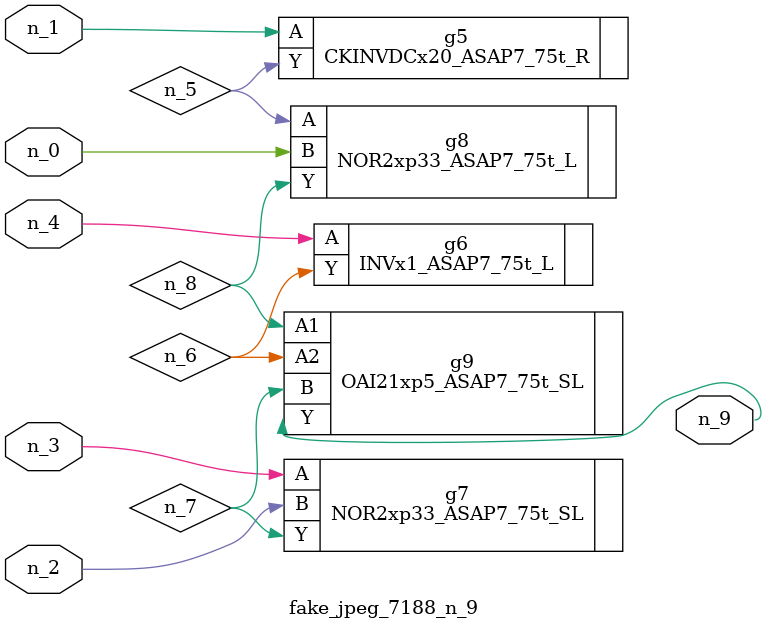
<source format=v>
module fake_jpeg_7188_n_9 (n_3, n_2, n_1, n_0, n_4, n_9);

input n_3;
input n_2;
input n_1;
input n_0;
input n_4;

output n_9;

wire n_8;
wire n_6;
wire n_5;
wire n_7;

CKINVDCx20_ASAP7_75t_R g5 ( 
.A(n_1),
.Y(n_5)
);

INVx1_ASAP7_75t_L g6 ( 
.A(n_4),
.Y(n_6)
);

NOR2xp33_ASAP7_75t_SL g7 ( 
.A(n_3),
.B(n_2),
.Y(n_7)
);

NOR2xp33_ASAP7_75t_L g8 ( 
.A(n_5),
.B(n_0),
.Y(n_8)
);

OAI21xp5_ASAP7_75t_SL g9 ( 
.A1(n_8),
.A2(n_6),
.B(n_7),
.Y(n_9)
);


endmodule
</source>
